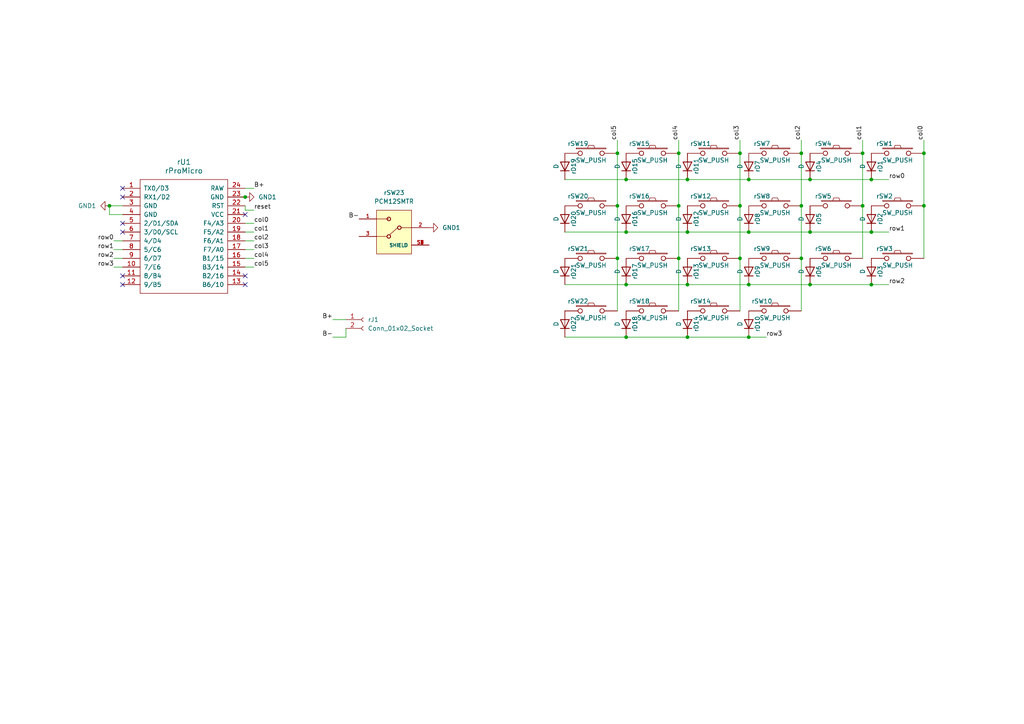
<source format=kicad_sch>
(kicad_sch (version 20231120) (generator "eeschema") (generator_version "8.0")
  (paper "A4")
  (lib_symbols
    (symbol "Connector:Conn_01x02_Socket" (pin_names (offset 1.016) hide)
      (property "Reference" "J" (at 0 2.54 0))
      (property "Value" "Conn_01x02_Socket" (at 0 -5.08 0))
      (symbol "Conn_01x02_Socket_1_1"
        (arc (start 0 -2.032) (mid -0.5058 -2.54) (end 0 -3.048) (stroke (width 0.1524)))
        (polyline (pts (xy -1.27 -2.54) (xy -0.508 -2.54)) (stroke (width 0.1524)))
        (polyline (pts (xy -1.27 0) (xy -0.508 0)) (stroke (width 0.1524)))
        (arc (start 0 0.508) (mid -0.5058 0) (end 0 -0.508) (stroke (width 0.1524)))
        (pin passive line (at -5.08 0 0) (length 3.81) (name "Pin_1") (number "1"))
        (pin passive line (at -5.08 -2.54 0) (length 3.81) (name "Pin_2") (number "2"))
      )
    )
    (symbol "Device:D" (pin_numbers hide) (pin_names (offset 1.016) hide)
      (property "Reference" "D" (at 0 2.54 0))
      (property "Value" "D" (at 0 -2.54 0))
      (symbol "D_0_1"
        (polyline (pts (xy -1.27 1.27) (xy -1.27 -1.27)) (stroke (width 0.254)))
        (polyline (pts (xy 1.27 0) (xy -1.27 0)))
        (polyline (pts (xy 1.27 1.27) (xy 1.27 -1.27) (xy -1.27 0) (xy 1.27 1.27)) (stroke (width 0.254)))
      )
      (symbol "D_1_1"
        (pin passive line (at -3.81 0 0) (length 2.54) (name "K") (number "1"))
        (pin passive line (at 3.81 0 180) (length 2.54) (name "A") (number "2"))
      )
    )
    (symbol "PCM_PCM12SMTR:PCM12SMTR" (pin_names (offset 1.016))
      (property "Reference" "SW" (at -5.0844 5.3386 0))
      (property "Value" "PCM12SMTR" (at -5.1814 -9.6619 0))
      (symbol "PCM12SMTR_0_0"
        (rectangle (start -5.08 -7.62) (end 5.08 5.08) (stroke (width 0.1524)) (fill (type background)))
        (circle (center -1.524 -2.54) (radius 0.508) (stroke (width 0.254)))
        (circle (center -1.524 2.54) (radius 0.508) (stroke (width 0.254)))
        (polyline (pts (xy -5.08 -2.54) (xy -2.032 -2.54)) (stroke (width 0.1524)))
        (polyline (pts (xy -5.08 2.54) (xy -1.524 2.54)) (stroke (width 0.1524)))
        (polyline (pts (xy 1.016 0) (xy -1.27 -2.032)) (stroke (width 0.1524)))
        (polyline (pts (xy 2.032 0) (xy 5.08 0)) (stroke (width 0.1524)))
        (circle (center 1.524 0) (radius 0.508) (stroke (width 0.254)))
        (pin passive line (at -10.16 2.54 0) (length 5.08) (name "~") (number "1"))
        (pin passive line (at 10.16 0 180) (length 5.08) (name "~") (number "2"))
        (pin passive line (at -10.16 -2.54 0) (length 5.08) (name "~") (number "3"))
        (pin passive line (at 10.16 -5.08 180) (length 5.08) (name "SHIELD") (number "S1"))
        (pin passive line (at 10.16 -5.08 180) (length 5.08) (name "SHIELD") (number "S2"))
        (pin passive line (at 10.16 -5.08 180) (length 5.08) (name "SHIELD") (number "S3"))
        (pin passive line (at 10.16 -5.08 180) (length 5.08) (name "SHIELD") (number "S4"))
      )
    )
    (symbol "corne-chocolate-rescue:SW_PUSH-kbd" (pin_numbers hide) (pin_names (offset 1.016) hide)
      (property "Reference" "SW" (at 3.81 2.794 0))
      (property "Value" "SW_PUSH-kbd" (at 0 -2.032 0))
      (symbol "SW_PUSH-kbd_0_1"
        (rectangle (start -4.318 1.27) (end 4.318 1.524))
        (polyline (pts (xy -1.016 1.524) (xy -0.762 2.286) (xy 0.762 2.286) (xy 1.016 1.524)))
        (pin passive inverted (at -7.62 0 0) (length 5.08) (name "1") (number "1"))
        (pin passive inverted (at 7.62 0 180) (length 5.08) (name "2") (number "2"))
      )
    )
    (symbol "kbd:ProMicro" (pin_names (offset 1.016))
      (property "Reference" "U" (at 0 19.05 0))
      (property "Value" "ProMicro" (at 0 -19.05 0))
      (symbol "ProMicro_0_1"
        (rectangle (start -12.7 16.51) (end 12.7 -16.51))
      )
      (symbol "ProMicro_1_1"
        (pin bidirectional line (at -17.78 13.97 0) (length 5.08) (name "TX0/D3") (number "1"))
        (pin bidirectional line (at -17.78 -8.89 0) (length 5.08) (name "7/E6") (number "10"))
        (pin bidirectional line (at -17.78 -11.43 0) (length 5.08) (name "8/B4") (number "11"))
        (pin bidirectional line (at -17.78 -13.97 0) (length 5.08) (name "9/B5") (number "12"))
        (pin bidirectional line (at 17.78 -13.97 180) (length 5.08) (name "B6/10") (number "13"))
        (pin bidirectional line (at 17.78 -11.43 180) (length 5.08) (name "B2/16") (number "14"))
        (pin bidirectional line (at 17.78 -8.89 180) (length 5.08) (name "B3/14") (number "15"))
        (pin bidirectional line (at 17.78 -6.35 180) (length 5.08) (name "B1/15") (number "16"))
        (pin bidirectional line (at 17.78 -3.81 180) (length 5.08) (name "F7/A0") (number "17"))
        (pin bidirectional line (at 17.78 -1.27 180) (length 5.08) (name "F6/A1") (number "18"))
        (pin bidirectional line (at 17.78 1.27 180) (length 5.08) (name "F5/A2") (number "19"))
        (pin bidirectional line (at -17.78 11.43 0) (length 5.08) (name "RX1/D2") (number "2"))
        (pin bidirectional line (at 17.78 3.81 180) (length 5.08) (name "F4/A3") (number "20"))
        (pin power_in line (at 17.78 6.35 180) (length 5.08) (name "VCC") (number "21"))
        (pin input line (at 17.78 8.89 180) (length 5.08) (name "RST") (number "22"))
        (pin power_in line (at 17.78 11.43 180) (length 5.08) (name "GND") (number "23"))
        (pin power_out line (at 17.78 13.97 180) (length 5.08) (name "RAW") (number "24"))
        (pin power_in line (at -17.78 8.89 0) (length 5.08) (name "GND") (number "3"))
        (pin power_in line (at -17.78 6.35 0) (length 5.08) (name "GND") (number "4"))
        (pin bidirectional line (at -17.78 3.81 0) (length 5.08) (name "2/D1/SDA") (number "5"))
        (pin bidirectional line (at -17.78 1.27 0) (length 5.08) (name "3/D0/SCL") (number "6"))
        (pin bidirectional line (at -17.78 -1.27 0) (length 5.08) (name "4/D4") (number "7"))
        (pin bidirectional line (at -17.78 -3.81 0) (length 5.08) (name "5/C6") (number "8"))
        (pin bidirectional line (at -17.78 -6.35 0) (length 5.08) (name "6/D7") (number "9"))
      )
    )
    (symbol "power:GND1" (power) (pin_numbers hide) (pin_names (offset 0) hide)
      (property "Value" "GND1" (at 0 -3.81 0))
      (symbol "GND1_0_1"
        (polyline (pts (xy 0 0) (xy 0 -1.27) (xy 1.27 -1.27) (xy 0 -2.54) (xy -1.27 -1.27) (xy 0 -1.27)))
      )
      (symbol "GND1_1_1"
        (pin power_in line (at 0 0 270) (length 0) (name "~") (number "1"))
      )
    )
  )
  (junction (at 196.85 44.45))
  (junction (at 179.07 44.45))
  (junction (at 232.41 74.93))
  (junction (at 217.17 67.31))
  (junction (at 181.61 52.07))
  (junction (at 252.73 52.07))
  (junction (at 181.61 82.55))
  (junction (at 252.73 82.55))
  (junction (at 179.07 74.93))
  (junction (at 217.17 82.55))
  (junction (at 71.12 57.15))
  (junction (at 267.97 59.69))
  (junction (at 250.19 59.69))
  (junction (at 214.63 59.69))
  (junction (at 217.17 97.79))
  (junction (at 199.39 82.55))
  (junction (at 196.85 74.93))
  (junction (at 196.85 59.69))
  (junction (at 252.73 67.31))
  (junction (at 181.61 67.31))
  (junction (at 250.19 44.45))
  (junction (at 199.39 52.07))
  (junction (at 234.95 82.55))
  (junction (at 214.63 44.45))
  (junction (at 217.17 52.07))
  (junction (at 232.41 59.69))
  (junction (at 234.95 67.31))
  (junction (at 31.75 59.69))
  (junction (at 214.63 74.93))
  (junction (at 199.39 97.79))
  (junction (at 267.97 44.45))
  (junction (at 179.07 59.69))
  (junction (at 181.61 97.79))
  (junction (at 234.95 52.07))
  (junction (at 232.41 44.45))
  (junction (at 199.39 67.31))
  (no_connect (at 71.12 62.23))
  (no_connect (at 35.56 80.01))
  (no_connect (at 35.56 64.77))
  (no_connect (at 71.12 82.55))
  (no_connect (at 35.56 57.15))
  (no_connect (at 71.12 80.01))
  (no_connect (at 35.56 54.61))
  (no_connect (at 35.56 67.31))
  (no_connect (at 35.56 82.55))
  (wire (pts (xy 199.39 52.07) (xy 181.61 52.07)))
  (wire (pts (xy 196.85 40.64) (xy 196.85 44.45)))
  (wire (pts (xy 33.02 72.39) (xy 35.56 72.39)))
  (wire (pts (xy 267.97 44.45) (xy 267.97 59.69)))
  (wire (pts (xy 232.41 59.69) (xy 232.41 74.93)))
  (wire (pts (xy 199.39 97.79) (xy 181.61 97.79)))
  (wire (pts (xy 73.66 67.31) (xy 71.12 67.31)))
  (wire (pts (xy 234.95 52.07) (xy 217.17 52.07)))
  (wire (pts (xy 179.07 59.69) (xy 179.07 74.93)))
  (wire (pts (xy 217.17 52.07) (xy 199.39 52.07)))
  (wire (pts (xy 232.41 44.45) (xy 232.41 59.69)))
  (wire (pts (xy 35.56 59.69) (xy 31.75 59.69)))
  (wire (pts (xy 250.19 40.64) (xy 250.19 44.45)))
  (wire (pts (xy 73.66 72.39) (xy 71.12 72.39)))
  (wire (pts (xy 69.85 57.15) (xy 71.12 57.15)))
  (wire (pts (xy 73.66 74.93) (xy 71.12 74.93)))
  (wire (pts (xy 232.41 74.93) (xy 232.41 90.17)))
  (wire (pts (xy 73.66 77.47) (xy 71.12 77.47)))
  (wire (pts (xy 96.52 92.71) (xy 100.33 92.71)))
  (wire (pts (xy 196.85 44.45) (xy 196.85 59.69)))
  (wire (pts (xy 250.19 59.69) (xy 250.19 74.93)))
  (wire (pts (xy 33.02 74.93) (xy 35.56 74.93)))
  (wire (pts (xy 234.95 67.31) (xy 217.17 67.31)))
  (wire (pts (xy 252.73 52.07) (xy 234.95 52.07)))
  (wire (pts (xy 232.41 40.64) (xy 232.41 44.45)))
  (wire (pts (xy 196.85 74.93) (xy 196.85 90.17)))
  (wire (pts (xy 217.17 82.55) (xy 199.39 82.55)))
  (wire (pts (xy 196.85 59.69) (xy 196.85 74.93)))
  (wire (pts (xy 234.95 82.55) (xy 217.17 82.55)))
  (wire (pts (xy 73.66 69.85) (xy 71.12 69.85)))
  (wire (pts (xy 257.81 82.55) (xy 252.73 82.55)))
  (wire (pts (xy 33.02 69.85) (xy 35.56 69.85)))
  (wire (pts (xy 181.61 97.79) (xy 163.83 97.79)))
  (wire (pts (xy 267.97 40.64) (xy 267.97 44.45)))
  (wire (pts (xy 71.12 60.96) (xy 71.12 59.69)))
  (wire (pts (xy 252.73 82.55) (xy 234.95 82.55)))
  (wire (pts (xy 73.66 64.77) (xy 71.12 64.77)))
  (wire (pts (xy 181.61 82.55) (xy 163.83 82.55)))
  (wire (pts (xy 214.63 40.64) (xy 214.63 44.45)))
  (wire (pts (xy 33.02 77.47) (xy 35.56 77.47)))
  (wire (pts (xy 31.75 62.23) (xy 35.56 62.23)))
  (wire (pts (xy 96.52 97.79) (xy 100.33 97.79)))
  (wire (pts (xy 214.63 74.93) (xy 214.63 90.17)))
  (wire (pts (xy 73.66 54.61) (xy 71.12 54.61)))
  (wire (pts (xy 217.17 67.31) (xy 199.39 67.31)))
  (wire (pts (xy 217.17 97.79) (xy 199.39 97.79)))
  (wire (pts (xy 199.39 82.55) (xy 181.61 82.55)))
  (wire (pts (xy 181.61 52.07) (xy 163.83 52.07)))
  (wire (pts (xy 179.07 74.93) (xy 179.07 90.17)))
  (wire (pts (xy 250.19 44.45) (xy 250.19 59.69)))
  (wire (pts (xy 31.75 59.69) (xy 31.75 62.23)))
  (wire (pts (xy 267.97 59.69) (xy 267.97 74.93)))
  (wire (pts (xy 73.66 60.96) (xy 71.12 60.96)))
  (wire (pts (xy 199.39 67.31) (xy 181.61 67.31)))
  (wire (pts (xy 257.81 52.07) (xy 252.73 52.07)))
  (wire (pts (xy 100.33 97.79) (xy 100.33 95.25)))
  (wire (pts (xy 252.73 67.31) (xy 234.95 67.31)))
  (wire (pts (xy 181.61 67.31) (xy 163.83 67.31)))
  (wire (pts (xy 222.25 97.79) (xy 217.17 97.79)))
  (wire (pts (xy 179.07 44.45) (xy 179.07 59.69)))
  (wire (pts (xy 214.63 59.69) (xy 214.63 74.93)))
  (wire (pts (xy 179.07 40.64) (xy 179.07 44.45)))
  (wire (pts (xy 257.81 67.31) (xy 252.73 67.31)))
  (wire (pts (xy 214.63 44.45) (xy 214.63 59.69)))
  (label "row1" (at 257.81 67.31 0))
  (label "row2" (at 257.81 82.55 0))
  (label "row2" (at 33.02 74.93 180))
  (label "B+" (at 96.52 92.71 180))
  (label "col0" (at 267.97 40.64 90))
  (label "col0" (at 73.66 64.77 0))
  (label "row1" (at 33.02 72.39 180))
  (label "col1" (at 73.66 67.31 0))
  (label "B-" (at 96.52 97.79 180))
  (label "row0" (at 257.81 52.07 0))
  (label "col1" (at 250.19 40.64 90))
  (label "col4" (at 196.85 40.64 90))
  (label "B-" (at 104.14 63.5 180))
  (label "row0" (at 33.02 69.85 180))
  (label "col5" (at 73.66 77.47 0))
  (label "reset" (at 73.66 60.96 0))
  (label "col2" (at 73.66 69.85 0))
  (label "row3" (at 222.25 97.79 0))
  (label "col3" (at 214.63 40.64 90))
  (label "row3" (at 33.02 77.47 180))
  (label "col3" (at 73.66 72.39 0))
  (label "col5" (at 179.07 40.64 90))
  (label "col4" (at 73.66 74.93 0))
  (label "B+" (at 73.66 54.61 0))
  (label "col2" (at 232.41 40.64 90))
  (symbol (lib_id "corne-chocolate-rescue:SW_PUSH-kbd") (at 260.35 59.69 0) (mirror y) (unit 1)
    (property "Reference" "rSW2" (at 256.54 56.896 0))
    (property "Value" "SW_PUSH" (at 260.35 61.722 0))
    (property "Footprint" "kbd:keyswitch_choc12_hotswap_1u" (effects (hide yes)))
  )
  (symbol (lib_id "corne-chocolate-rescue:SW_PUSH-kbd") (at 171.45 74.93 0) (mirror y) (unit 1)
    (property "Reference" "rSW21" (at 167.64 72.136 0))
    (property "Value" "SW_PUSH" (at 171.45 76.962 0))
    (property "Footprint" "kbd:keyswitch_choc12_hotswap_1u" (effects (hide yes)))
  )
  (symbol (lib_id "PCM_PCM12SMTR:PCM12SMTR") (at 114.3 66.04 0) (unit 1)
    (property "Reference" "rSW23" (at 114.3 55.88 0))
    (property "Value" "PCM12SMTR" (at 114.3 58.42 0))
    (property "Footprint" "Button_Switch_SMD:SW_SPDT_PCM12" (effects (hide yes)))
    (property "STANDARD" "Manufacturer Recommendation" (effects (hide yes)))
    (property "MANUFACTURER" "C&K" (effects (hide yes)))
  )
  (symbol (lib_id "Device:D") (at 199.39 48.26 270) (mirror x) (unit 1)
    (property "Reference" "rD11" (at 201.93 48.26 0))
    (property "Value" "D" (at 196.85 48.26 0))
    (property "Footprint" "Diode_SMD:Nexperia_CFP3_SOD-123W" (effects (hide yes)))
  )
  (symbol (lib_id "corne-chocolate-rescue:SW_PUSH-kbd") (at 171.45 90.17 0) (mirror y) (unit 1)
    (property "Reference" "rSW22" (at 167.64 87.376 0))
    (property "Value" "SW_PUSH" (at 171.45 92.202 0))
    (property "Footprint" "kbd:keyswitch_choc12_hotswap_1u" (effects (hide yes)))
  )
  (symbol (lib_id "Device:D") (at 234.95 78.74 270) (mirror x) (unit 1)
    (property "Reference" "rD6" (at 237.49 78.74 0))
    (property "Value" "D" (at 232.41 78.74 0))
    (property "Footprint" "Diode_SMD:Nexperia_CFP3_SOD-123W" (effects (hide yes)))
  )
  (symbol (lib_id "Device:D") (at 252.73 48.26 270) (mirror x) (unit 1)
    (property "Reference" "rD1" (at 255.27 48.26 0))
    (property "Value" "D" (at 250.19 48.26 0))
    (property "Footprint" "Diode_SMD:Nexperia_CFP3_SOD-123W" (effects (hide yes)))
  )
  (symbol (lib_id "Device:D") (at 252.73 63.5 270) (mirror x) (unit 1)
    (property "Reference" "rD2" (at 255.27 63.5 0))
    (property "Value" "D" (at 250.19 63.5 0))
    (property "Footprint" "Diode_SMD:Nexperia_CFP3_SOD-123W" (effects (hide yes)))
  )
  (symbol (lib_id "Device:D") (at 199.39 78.74 270) (mirror x) (unit 1)
    (property "Reference" "rD13" (at 201.93 78.74 0))
    (property "Value" "D" (at 196.85 78.74 0))
    (property "Footprint" "Diode_SMD:Nexperia_CFP3_SOD-123W" (effects (hide yes)))
  )
  (symbol (lib_id "power:GND1") (at 124.46 66.04 90) (unit 1)
    (property "Reference" "#PWR03" (effects (hide yes)))
    (property "Value" "GND1" (at 128.27 66.0399 90) (effects (justify right)))
    (property "Description" "Power symbol creates a global label with name \"GND1\" , ground" (effects (hide yes)))
  )
  (symbol (lib_id "Device:D") (at 163.83 78.74 270) (mirror x) (unit 1)
    (property "Reference" "rD21" (at 166.37 78.74 0))
    (property "Value" "D" (at 161.29 78.74 0))
    (property "Footprint" "Diode_SMD:Nexperia_CFP3_SOD-123W" (effects (hide yes)))
  )
  (symbol (lib_id "Device:D") (at 181.61 93.98 270) (mirror x) (unit 1)
    (property "Reference" "rD18" (at 184.15 93.98 0))
    (property "Value" "D" (at 179.07 93.98 0))
    (property "Footprint" "Diode_SMD:Nexperia_CFP3_SOD-123W" (effects (hide yes)))
  )
  (symbol (lib_id "Device:D") (at 163.83 63.5 270) (mirror x) (unit 1)
    (property "Reference" "rD20" (at 166.37 63.5 0))
    (property "Value" "D" (at 161.29 63.5 0))
    (property "Footprint" "Diode_SMD:Nexperia_CFP3_SOD-123W" (effects (hide yes)))
  )
  (symbol (lib_id "Device:D") (at 199.39 63.5 270) (mirror x) (unit 1)
    (property "Reference" "rD12" (at 201.93 63.5 0))
    (property "Value" "D" (at 196.85 63.5 0))
    (property "Footprint" "Diode_SMD:Nexperia_CFP3_SOD-123W" (effects (hide yes)))
  )
  (symbol (lib_id "corne-chocolate-rescue:SW_PUSH-kbd") (at 242.57 44.45 0) (mirror y) (unit 1)
    (property "Reference" "rSW4" (at 238.76 41.656 0))
    (property "Value" "SW_PUSH" (at 242.57 46.482 0))
    (property "Footprint" "kbd:keyswitch_choc12_hotswap_1u" (effects (hide yes)))
  )
  (symbol (lib_id "Device:D") (at 163.83 48.26 270) (mirror x) (unit 1)
    (property "Reference" "rD19" (at 166.37 48.26 0))
    (property "Value" "D" (at 161.29 48.26 0))
    (property "Footprint" "Diode_SMD:Nexperia_CFP3_SOD-123W" (effects (hide yes)))
  )
  (symbol (lib_id "corne-chocolate-rescue:SW_PUSH-kbd") (at 242.57 59.69 0) (mirror y) (unit 1)
    (property "Reference" "rSW5" (at 238.76 56.896 0))
    (property "Value" "SW_PUSH" (effects (hide yes)))
    (property "Footprint" "kbd:keyswitch_choc12_hotswap_1u" (effects (hide yes)))
  )
  (symbol (lib_id "corne-chocolate-rescue:SW_PUSH-kbd") (at 171.45 44.45 0) (mirror y) (unit 1)
    (property "Reference" "rSW19" (at 167.64 41.656 0))
    (property "Value" "SW_PUSH" (at 171.45 46.482 0))
    (property "Footprint" "kbd:keyswitch_choc12_hotswap_1u" (effects (hide yes)))
  )
  (symbol (lib_id "Device:D") (at 217.17 48.26 270) (mirror x) (unit 1)
    (property "Reference" "rD7" (at 219.71 48.26 0))
    (property "Value" "D" (at 214.63 48.26 0))
    (property "Footprint" "Diode_SMD:Nexperia_CFP3_SOD-123W" (effects (hide yes)))
  )
  (symbol (lib_id "corne-chocolate-rescue:SW_PUSH-kbd") (at 189.23 59.69 0) (mirror y) (unit 1)
    (property "Reference" "rSW16" (at 185.42 56.896 0))
    (property "Value" "SW_PUSH" (at 189.23 61.722 0))
    (property "Footprint" "kbd:keyswitch_choc12_hotswap_1u" (effects (hide yes)))
  )
  (symbol (lib_id "Device:D") (at 217.17 63.5 270) (mirror x) (unit 1)
    (property "Reference" "rD8" (at 219.71 63.5 0))
    (property "Value" "D" (at 214.63 63.5 0))
    (property "Footprint" "Diode_SMD:Nexperia_CFP3_SOD-123W" (effects (hide yes)))
  )
  (symbol (lib_id "Device:D") (at 217.17 78.74 270) (mirror x) (unit 1)
    (property "Reference" "rD9" (at 219.71 78.74 0))
    (property "Value" "D" (at 214.63 78.74 0))
    (property "Footprint" "Diode_SMD:Nexperia_CFP3_SOD-123W" (effects (hide yes)))
  )
  (symbol (lib_id "corne-chocolate-rescue:SW_PUSH-kbd") (at 224.79 90.17 0) (mirror y) (unit 1)
    (property "Reference" "rSW10" (at 220.98 87.376 0))
    (property "Value" "SW_PUSH" (at 224.79 92.202 0))
    (property "Footprint" "kbd:keyswitch_choc12_hotswap_1u" (effects (hide yes)))
  )
  (symbol (lib_id "corne-chocolate-rescue:SW_PUSH-kbd") (at 260.35 74.93 0) (mirror y) (unit 1)
    (property "Reference" "rSW3" (at 256.54 72.136 0))
    (property "Value" "SW_PUSH" (at 260.35 76.962 0))
    (property "Footprint" "kbd:keyswitch_choc12_hotswap_1u" (effects (hide yes)))
  )
  (symbol (lib_id "Device:D") (at 181.61 78.74 270) (mirror x) (unit 1)
    (property "Reference" "rD17" (at 184.15 78.74 0))
    (property "Value" "D" (at 179.07 78.74 0))
    (property "Footprint" "Diode_SMD:Nexperia_CFP3_SOD-123W" (effects (hide yes)))
  )
  (symbol (lib_id "Device:D") (at 199.39 93.98 270) (mirror x) (unit 1)
    (property "Reference" "rD14" (at 201.93 93.98 0))
    (property "Value" "D" (at 196.85 93.98 0))
    (property "Footprint" "Diode_SMD:Nexperia_CFP3_SOD-123W" (effects (hide yes)))
  )
  (symbol (lib_id "Device:D") (at 217.17 93.98 270) (mirror x) (unit 1)
    (property "Reference" "rD10" (at 219.71 93.98 0))
    (property "Value" "D" (at 214.63 93.98 0))
    (property "Footprint" "Diode_SMD:Nexperia_CFP3_SOD-123W" (effects (hide yes)))
  )
  (symbol (lib_id "corne-chocolate-rescue:SW_PUSH-kbd") (at 224.79 44.45 0) (mirror y) (unit 1)
    (property "Reference" "rSW7" (at 220.98 41.656 0))
    (property "Value" "SW_PUSH" (at 224.79 46.482 0))
    (property "Footprint" "kbd:keyswitch_choc12_hotswap_1u" (effects (hide yes)))
  )
  (symbol (lib_id "corne-chocolate-rescue:SW_PUSH-kbd") (at 189.23 90.17 0) (mirror y) (unit 1)
    (property "Reference" "rSW18" (at 185.42 87.376 0))
    (property "Value" "SW_PUSH" (at 189.23 92.202 0))
    (property "Footprint" "kbd:keyswitch_choc12_hotswap_1u" (effects (hide yes)))
  )
  (symbol (lib_id "corne-chocolate-rescue:SW_PUSH-kbd") (at 242.57 74.93 0) (mirror y) (unit 1)
    (property "Reference" "rSW6" (at 238.76 72.136 0))
    (property "Value" "SW_PUSH" (at 242.57 76.962 0))
    (property "Footprint" "kbd:keyswitch_choc12_hotswap_1u" (effects (hide yes)))
  )
  (symbol (lib_id "Device:D") (at 252.73 78.74 270) (mirror x) (unit 1)
    (property "Reference" "rD3" (at 255.27 78.74 0))
    (property "Value" "D" (at 250.19 78.74 0))
    (property "Footprint" "Diode_SMD:Nexperia_CFP3_SOD-123W" (effects (hide yes)))
  )
  (symbol (lib_id "corne-chocolate-rescue:SW_PUSH-kbd") (at 224.79 74.93 0) (mirror y) (unit 1)
    (property "Reference" "rSW9" (at 220.98 72.136 0))
    (property "Value" "SW_PUSH" (at 224.79 76.962 0))
    (property "Footprint" "kbd:keyswitch_choc12_hotswap_1u" (effects (hide yes)))
  )
  (symbol (lib_id "corne-chocolate-rescue:SW_PUSH-kbd") (at 189.23 74.93 0) (mirror y) (unit 1)
    (property "Reference" "rSW17" (at 185.42 72.136 0))
    (property "Value" "SW_PUSH" (at 189.23 76.962 0))
    (property "Footprint" "kbd:keyswitch_choc12_hotswap_1u" (effects (hide yes)))
  )
  (symbol (lib_id "Connector:Conn_01x02_Socket") (at 105.41 92.71 0) (unit 1)
    (property "Reference" "rJ1" (at 106.68 92.7099 0) (effects (justify left)))
    (property "Value" "Conn_01x02_Socket" (at 106.68 95.2499 0) (effects (justify left)))
    (property "Footprint" "Connector_JST:JST_EH_S2B-EH_1x02_P2.50mm_Horizontal" (effects (hide yes)))
    (property "Description" "Generic connector, single row, 01x02, script generated" (effects (hide yes)))
  )
  (symbol (lib_id "power:GND1") (at 71.12 57.15 90) (unit 1)
    (property "Reference" "#PWR01" (effects (hide yes)))
    (property "Value" "GND1" (at 74.93 57.1499 90) (effects (justify right)))
    (property "Description" "Power symbol creates a global label with name \"GND1\" , ground" (effects (hide yes)))
  )
  (symbol (lib_id "corne-chocolate-rescue:SW_PUSH-kbd") (at 207.01 59.69 0) (mirror y) (unit 1)
    (property "Reference" "rSW12" (at 203.2 56.896 0))
    (property "Value" "SW_PUSH" (at 207.01 61.722 0))
    (property "Footprint" "kbd:keyswitch_choc12_hotswap_1u" (effects (hide yes)))
  )
  (symbol (lib_id "corne-chocolate-rescue:SW_PUSH-kbd") (at 207.01 44.45 0) (mirror y) (unit 1)
    (property "Reference" "rSW11" (at 203.2 41.656 0))
    (property "Value" "SW_PUSH" (at 207.01 46.482 0))
    (property "Footprint" "kbd:keyswitch_choc12_hotswap_1u" (effects (hide yes)))
  )
  (symbol (lib_id "corne-chocolate-rescue:SW_PUSH-kbd") (at 207.01 90.17 0) (mirror y) (unit 1)
    (property "Reference" "rSW14" (at 203.2 87.376 0))
    (property "Value" "SW_PUSH" (at 207.01 92.202 0))
    (property "Footprint" "kbd:keyswitch_choc12_hotswap_1u" (effects (hide yes)))
  )
  (symbol (lib_id "Device:D") (at 234.95 48.26 270) (mirror x) (unit 1)
    (property "Reference" "rD4" (at 237.49 48.26 0))
    (property "Value" "D" (at 232.41 48.26 0))
    (property "Footprint" "Diode_SMD:Nexperia_CFP3_SOD-123W" (effects (hide yes)))
  )
  (symbol (lib_id "Device:D") (at 234.95 63.5 270) (mirror x) (unit 1)
    (property "Reference" "rD5" (at 237.49 63.5 0))
    (property "Value" "D" (at 232.41 63.5 0))
    (property "Footprint" "Diode_SMD:Nexperia_CFP3_SOD-123W" (effects (hide yes)))
  )
  (symbol (lib_id "corne-chocolate-rescue:SW_PUSH-kbd") (at 224.79 59.69 0) (mirror y) (unit 1)
    (property "Reference" "rSW8" (at 220.98 56.896 0))
    (property "Value" "SW_PUSH" (at 224.79 61.722 0))
    (property "Footprint" "kbd:keyswitch_choc12_hotswap_1u" (effects (hide yes)))
  )
  (symbol (lib_id "Device:D") (at 181.61 63.5 270) (mirror x) (unit 1)
    (property "Reference" "rD16" (at 184.15 63.5 0))
    (property "Value" "D" (at 179.07 63.5 0))
    (property "Footprint" "Diode_SMD:Nexperia_CFP3_SOD-123W" (effects (hide yes)))
  )
  (symbol (lib_id "Device:D") (at 163.83 93.98 270) (mirror x) (unit 1)
    (property "Reference" "rD22" (at 166.37 93.98 0))
    (property "Value" "D" (at 161.29 93.98 0))
    (property "Footprint" "Diode_SMD:Nexperia_CFP3_SOD-123W" (effects (hide yes)))
  )
  (symbol (lib_id "Device:D") (at 181.61 48.26 270) (mirror x) (unit 1)
    (property "Reference" "rD15" (at 184.15 48.26 0))
    (property "Value" "D" (at 179.07 48.26 0))
    (property "Footprint" "Diode_SMD:Nexperia_CFP3_SOD-123W" (effects (hide yes)))
  )
  (symbol (lib_id "kbd:ProMicro") (at 53.34 68.58 0) (unit 1)
    (property "Reference" "rU1" (at 53.34 46.99 0) (effects (font (size 1.524 1.524))))
    (property "Value" "rProMicro" (at 53.34 49.53 0) (effects (font (size 1.524 1.524))))
    (property "Footprint" "kbd:ProMicro" (effects (hide yes)))
  )
  (symbol (lib_id "corne-chocolate-rescue:SW_PUSH-kbd") (at 207.01 74.93 0) (mirror y) (unit 1)
    (property "Reference" "rSW13" (at 203.2 72.136 0))
    (property "Value" "SW_PUSH" (at 207.01 76.962 0))
    (property "Footprint" "kbd:keyswitch_choc12_hotswap_1u" (effects (hide yes)))
  )
  (symbol (lib_id "corne-chocolate-rescue:SW_PUSH-kbd") (at 260.35 44.45 0) (mirror y) (unit 1)
    (property "Reference" "rSW1" (at 256.54 41.656 0))
    (property "Value" "SW_PUSH" (at 260.35 46.482 0))
    (property "Footprint" "kbd:keyswitch_choc12_hotswap_1u" (effects (hide yes)))
  )
  (symbol (lib_id "corne-chocolate-rescue:SW_PUSH-kbd") (at 189.23 44.45 0) (mirror y) (unit 1)
    (property "Reference" "rSW15" (at 185.42 41.656 0))
    (property "Value" "SW_PUSH" (at 189.23 46.482 0))
    (property "Footprint" "kbd:keyswitch_choc12_hotswap_1u" (effects (hide yes)))
  )
  (symbol (lib_id "corne-chocolate-rescue:SW_PUSH-kbd") (at 171.45 59.69 0) (mirror y) (unit 1)
    (property "Reference" "rSW20" (at 167.64 56.896 0))
    (property "Value" "SW_PUSH" (at 171.45 61.722 0))
    (property "Footprint" "kbd:keyswitch_choc12_hotswap_1u" (effects (hide yes)))
  )
  (symbol (lib_id "power:GND1") (at 31.75 59.69 270) (unit 1)
    (property "Reference" "#PWR02" (effects (hide yes)))
    (property "Value" "GND1" (at 27.94 59.6899 90) (effects (justify right)))
    (property "Description" "Power symbol creates a global label with name \"GND1\" , ground" (effects (hide yes)))
  )
)
</source>
